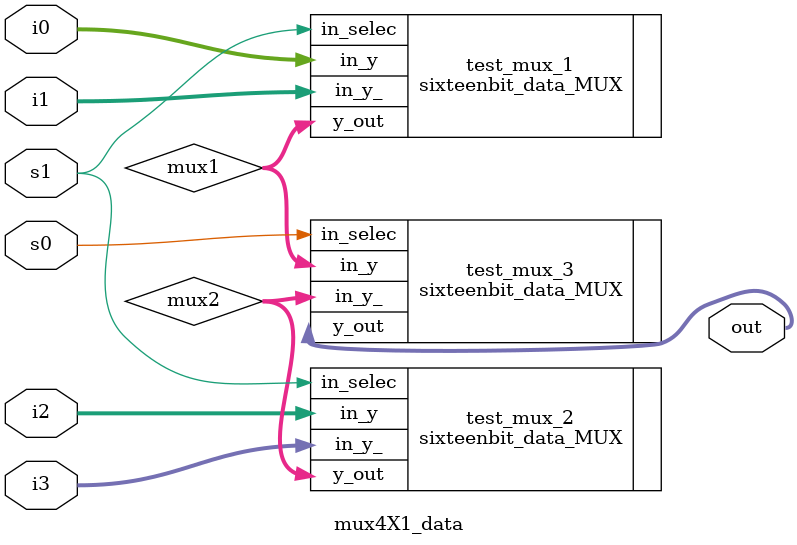
<source format=v>
module mux4X1_data(out,i0,i1,i2,i3,s1,s0);
input[15:0] i0,i1,i2,i3;
input s1,s0;
output[15:0]out;
wire[15:0] mux1,mux2;
sixteenbit_data_MUX test_mux_1(.y_out(mux1),.in_y(i0),.in_y_(i1),.in_selec(s1));
sixteenbit_data_MUX test_mux_2(.y_out(mux2),.in_y(i2),.in_y_(i3),.in_selec(s1));
sixteenbit_data_MUX test_mux_3(.y_out(out),.in_y(mux1),.in_y_(mux2),.in_selec(s0));

endmodule

</source>
